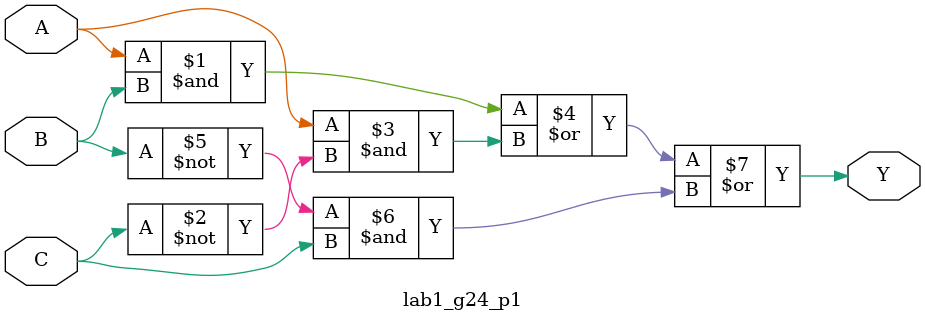
<source format=sv>
/* Hazirlayanlar:
* M.Cemal Eryigit
* Burak Kamil Ciftci
* ELM235 2021 Bahar Lab1 - Problem 1 
*/
module lab1_g24_p1 (
input logic A, B, C,
output logic Y
);
assign Y = A & B | A & ~C | ~B & C;
endmodule
</source>
